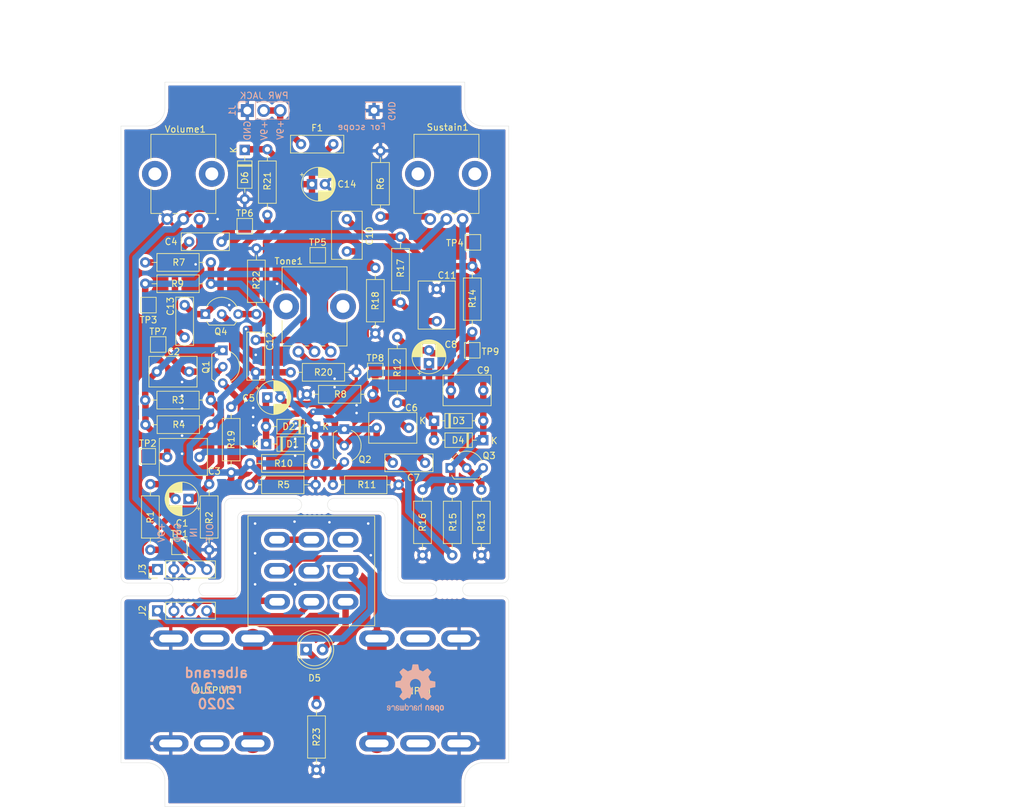
<source format=kicad_pcb>
(kicad_pcb (version 20171130) (host pcbnew 5.1.6)
  (title_block (title "Big Muff Pi pedal") (date 2020-08-29) (company alberand))
  (layers (0 F.Cu signal) (31 B.Cu signal) (34 B.Paste user hide) (35 F.Paste user hide) (36 B.SilkS user) (37 F.SilkS user) (38 B.Mask user hide) (39 F.Mask user hide) (44 Edge.Cuts user))
  (net 0 "")
  (net 1 GND)
  (net 2 "Net-(C1-Pad2)")
  (net 3 "Net-(C1-Pad1)")
  (net 4 "Net-(C2-Pad1)")
  (net 5 "Net-(C3-Pad1)")
  (net 6 "Net-(C4-Pad2)")
  (net 7 "Net-(C4-Pad1)")
  (net 8 "Net-(C5-Pad2)")
  (net 9 "Net-(C5-Pad1)")
  (net 10 "Net-(C6-Pad1)")
  (net 11 "Net-(C7-Pad1)")
  (net 12 "Net-(C8-Pad2)")
  (net 13 "Net-(C8-Pad1)")
  (net 14 "Net-(C10-Pad2)")
  (net 15 "Net-(C10-Pad1)")
  (net 16 "Net-(C11-Pad1)")
  (net 17 "Net-(C12-Pad2)")
  (net 18 "Net-(C12-Pad1)")
  (net 19 "Net-(C13-Pad2)")
  (net 20 "Net-(C13-Pad1)")
  (net 21 +9V)
  (net 22 "Net-(D5-Pad1)")
  (net 23 "Net-(Q1-Pad3)")
  (net 24 "Net-(Q2-Pad3)")
  (net 25 "Net-(Q3-Pad3)")
  (net 26 "Net-(Q4-Pad3)")
  (net 27 /INPUT)
  (net 28 "Net-(R6-Pad1)")
  (net 29 /OUTPUT)
  (net 30 "Net-(J5-PadT)")
  (net 31 "Net-(S1-Pad1)")
  (net 32 "Net-(J4-PadT)")
  (net 33 "Net-(D5-Pad2)")
  (net 34 "Net-(S1-Pad7)")
  (net 35 "Net-(F1-Pad1)")
  (module Connector_PinHeader_2.54mm:PinHeader_1x03_P2.54mm_Vertical (layer B.Cu) (at 136.7 52.7 270)
    (fp_text reference J1 (at 0 2.33 270) (layer B.SilkS) (effects (justify mirror)))
    (fp_text value "PWR JACK" (at -2.3 -2.6 180) (layer B.SilkS) (effects (justify mirror)))
    (pad 3 thru_hole oval (at 0 -5.08 270) (size 2 2) (drill 1.2) (layers *.Cu *.Mask) (net 35 "Net-(F1-Pad1)"))
    (pad 2 thru_hole oval (at 0 -2.54 270) (size 2 2) (drill 1.2) (layers *.Cu *.Mask) (net 35 "Net-(F1-Pad1)"))
    (pad 1 thru_hole rect (at 0 0 270) (size 2 2) (drill 1.2) (layers *.Cu *.Mask) (net 1 GND))
  )
  (module bigmuffpi:SF17020F-0302-21R-L (layer F.Cu) (at 146.6 123.9)
    (fp_text reference S1 hide)
    (fp_text value 3PDT-foot-switch)
    (pad 7 thru_hole oval (at 5.3 -4.8) (size 4 2.4) (drill oval 2.4 1.2) (layers *.Cu *.Mask) (net 34 "Net-(S1-Pad7)"))
    (pad 9 thru_hole oval (at 5.3 4.8) (size 4 2.4) (drill oval 2.4 1.2) (layers *.Cu *.Mask) (net 33 "Net-(D5-Pad2)"))
    (pad 8 thru_hole oval (at 5.3 0) (size 4 2.4) (drill oval 2.4 1.2) (layers *.Cu *.Mask) (net 21 +9V))
    (pad 6 thru_hole oval (at 0 4.8) (size 4 2.4) (drill oval 2.4 1.2) (layers *.Cu *.Mask) (net 29 /OUTPUT))
    (pad 2 thru_hole oval (at -5.3 0) (size 4 2.4) (drill oval 2.4 1.2) (layers *.Cu *.Mask) (net 30 "Net-(J5-PadT)"))
    (pad 4 thru_hole oval (at 0 -4.8) (size 4 2.4) (drill oval 2.4 1.2) (layers *.Cu *.Mask) (net 31 "Net-(S1-Pad1)"))
    (pad 3 thru_hole oval (at -5.3 4.8) (size 4 2.4) (drill oval 2.4 1.2) (layers *.Cu *.Mask) (net 27 /INPUT))
    (pad 1 thru_hole oval (at -5.3 -4.8) (size 4 2.4) (drill oval 2.4 1.2) (layers *.Cu *.Mask) (net 31 "Net-(S1-Pad1)"))
    (pad 5 thru_hole oval (at 0 0) (size 4 2.4) (drill oval 2.4 1.2) (layers *.Cu *.Mask) (net 32 "Net-(J4-PadT)"))
  )
  (module bigmuffpi:NMJ6HC-S (layer F.Cu) (at 163.1 142.5)
    (fp_text reference INPUT (at 0 0) (layer F.SilkS))
    (fp_text value INPUT)
    (pad R thru_hole oval (at 0 -8.115) (size 5.5 2.5) (drill oval 3.6 1.2) (layers *.Cu *.Mask))
    (pad R thru_hole oval (at 0 8.115) (size 5.5 2.5) (drill oval 3.6 1.2) (layers *.Cu *.Mask))
    (pad S thru_hole oval (at 6.35 8.115) (size 5.5 2.5) (drill oval 3.6 1.2) (layers *.Cu *.Mask) (net 1 GND))
    (pad T thru_hole oval (at -6.35 8.115) (size 5.5 2.5) (drill oval 3.6 1.2) (layers *.Cu *.Mask) (net 30 "Net-(J5-PadT)"))
    (pad S thru_hole oval (at 6.35 -8.115) (size 5.5 2.5) (drill oval 3.6 1.2) (layers *.Cu *.Mask) (net 1 GND))
    (pad T thru_hole oval (at -6.35 -8.115) (size 5.5 2.5) (drill oval 3.6 1.2) (layers *.Cu *.Mask) (net 30 "Net-(J5-PadT)"))
  )
  (module bigmuffpi:NMJ6HC-S (layer F.Cu) (at 131.2 142.5 180)
    (fp_text reference OUTPUT (at 0 0.1) (layer F.SilkS))
    (fp_text value OUTPUT)
    (pad R thru_hole oval (at 0 -8.115 180) (size 5.5 2.5) (drill oval 3.6 1.2) (layers *.Cu *.Mask))
    (pad R thru_hole oval (at 0 8.115 180) (size 5.5 2.5) (drill oval 3.6 1.2) (layers *.Cu *.Mask))
    (pad S thru_hole oval (at 6.35 8.115 180) (size 5.5 2.5) (drill oval 3.6 1.2) (layers *.Cu *.Mask) (net 1 GND))
    (pad T thru_hole oval (at -6.35 8.115 180) (size 5.5 2.5) (drill oval 3.6 1.2) (layers *.Cu *.Mask) (net 32 "Net-(J4-PadT)"))
    (pad S thru_hole oval (at 6.35 -8.115 180) (size 5.5 2.5) (drill oval 3.6 1.2) (layers *.Cu *.Mask) (net 1 GND))
    (pad T thru_hole oval (at -6.35 -8.115 180) (size 5.5 2.5) (drill oval 3.6 1.2) (layers *.Cu *.Mask) (net 32 "Net-(J4-PadT)"))
  )
  (module Potentiometer_THT:Potentiometer_Alps_RK09K_Single_Vertical (layer F.Cu) (at 126.8 62 90)
    (fp_text reference Volume1 (at 6.4 0.3 180) (layer F.SilkS))
    (fp_text value 100K)
    (pad "" np_thru_hole circle (at -0.5 4.4 90) (size 4 4) (drill 2) (layers *.Cu *.Mask))
    (pad "" np_thru_hole circle (at -0.5 -4.4 90) (size 4 4) (drill 2) (layers *.Cu *.Mask))
    (pad 1 thru_hole circle (at -7.5 2.5 90) (size 1.8 1.8) (drill 1) (layers *.Cu *.Mask) (net 20 "Net-(C13-Pad1)"))
    (pad 2 thru_hole circle (at -7.5 0 90) (size 1.8 1.8) (drill 1) (layers *.Cu *.Mask) (net 29 /OUTPUT))
    (pad 3 thru_hole circle (at -7.5 -2.5 90) (size 1.8 1.8) (drill 1) (layers *.Cu *.Mask) (net 1 GND))
  )
  (module Potentiometer_THT:Potentiometer_Alps_RK09K_Single_Vertical (layer F.Cu) (at 167.5 62 90)
    (fp_text reference Sustain1 (at 6.7 0.2) (layer F.SilkS))
    (fp_text value 100K)
    (pad "" np_thru_hole circle (at -0.5 4.4 90) (size 4 4) (drill 2) (layers *.Cu *.Mask))
    (pad "" np_thru_hole circle (at -0.5 -4.4 90) (size 4 4) (drill 2) (layers *.Cu *.Mask))
    (pad 1 thru_hole circle (at -7.5 2.5 90) (size 1.8 1.8) (drill 1) (layers *.Cu *.Mask) (net 5 "Net-(C3-Pad1)"))
    (pad 2 thru_hole circle (at -7.5 0 90) (size 1.8 1.8) (drill 1) (layers *.Cu *.Mask) (net 6 "Net-(C4-Pad2)"))
    (pad 3 thru_hole circle (at -7.5 -2.5 90) (size 1.8 1.8) (drill 1) (layers *.Cu *.Mask) (net 28 "Net-(R6-Pad1)"))
  )
  (module MouseBite:mouse-bite-2mm-slot (layer F.Cu) (at 127.2 126.8)
    (fp_text reference mouse-bite-2mm-slot hide)
    (fp_text value VAL** hide)
    (pad "" np_thru_hole circle (at 1.5 0.75) (size 0.5 0.5) (drill 0.5) (layers *.Cu *.Mask))
    (pad "" np_thru_hole circle (at -1.5 0.75) (size 0.5 0.5) (drill 0.5) (layers *.Cu *.Mask))
    (pad "" np_thru_hole circle (at -1.5 -0.75) (size 0.5 0.5) (drill 0.5) (layers *.Cu *.Mask))
    (pad "" np_thru_hole circle (at 1.5 -0.75) (size 0.5 0.5) (drill 0.5) (layers *.Cu *.Mask))
    (pad "" np_thru_hole circle (at 0 -0.75) (size 0.5 0.5) (drill 0.5) (layers *.Cu *.Mask))
    (pad "" np_thru_hole circle (at 0 0.75) (size 0.5 0.5) (drill 0.5) (layers *.Cu *.Mask))
    (pad "" np_thru_hole circle (at 0.75 -0.75) (size 0.5 0.5) (drill 0.5) (layers *.Cu *.Mask))
    (pad "" np_thru_hole circle (at -0.75 -0.75) (size 0.5 0.5) (drill 0.5) (layers *.Cu *.Mask))
    (pad "" np_thru_hole circle (at -0.75 0.75) (size 0.5 0.5) (drill 0.5) (layers *.Cu *.Mask))
    (pad "" np_thru_hole circle (at 0.75 0.75) (size 0.5 0.5) (drill 0.5) (layers *.Cu *.Mask))
  )
  (module MouseBite:mouse-bite-2mm-slot (layer F.Cu) (at 147.1 113.7)
    (fp_text reference mouse-bite-2mm-slot hide)
    (fp_text value VAL** hide)
    (pad "" np_thru_hole circle (at 0.75 0.75) (size 0.5 0.5) (drill 0.5) (layers *.Cu *.Mask))
    (pad "" np_thru_hole circle (at -0.75 0.75) (size 0.5 0.5) (drill 0.5) (layers *.Cu *.Mask))
    (pad "" np_thru_hole circle (at -0.75 -0.75) (size 0.5 0.5) (drill 0.5) (layers *.Cu *.Mask))
    (pad "" np_thru_hole circle (at 0.75 -0.75) (size 0.5 0.5) (drill 0.5) (layers *.Cu *.Mask))
    (pad "" np_thru_hole circle (at 0 0.75) (size 0.5 0.5) (drill 0.5) (layers *.Cu *.Mask))
    (pad "" np_thru_hole circle (at 0 -0.75) (size 0.5 0.5) (drill 0.5) (layers *.Cu *.Mask))
    (pad "" np_thru_hole circle (at 1.5 -0.75) (size 0.5 0.5) (drill 0.5) (layers *.Cu *.Mask))
    (pad "" np_thru_hole circle (at -1.5 -0.75) (size 0.5 0.5) (drill 0.5) (layers *.Cu *.Mask))
    (pad "" np_thru_hole circle (at -1.5 0.75) (size 0.5 0.5) (drill 0.5) (layers *.Cu *.Mask))
    (pad "" np_thru_hole circle (at 1.5 0.75) (size 0.5 0.5) (drill 0.5) (layers *.Cu *.Mask))
  )
  (module MouseBite:mouse-bite-2mm-slot (layer F.Cu) (at 168 126.8)
    (fp_text reference mouse-bite-2mm-slot hide)
    (fp_text value VAL** hide)
    (pad "" np_thru_hole circle (at 0.75 0.75) (size 0.5 0.5) (drill 0.5) (layers *.Cu *.Mask))
    (pad "" np_thru_hole circle (at -0.75 0.75) (size 0.5 0.5) (drill 0.5) (layers *.Cu *.Mask))
    (pad "" np_thru_hole circle (at -0.75 -0.75) (size 0.5 0.5) (drill 0.5) (layers *.Cu *.Mask))
    (pad "" np_thru_hole circle (at 0.75 -0.75) (size 0.5 0.5) (drill 0.5) (layers *.Cu *.Mask))
    (pad "" np_thru_hole circle (at 0 0.75) (size 0.5 0.5) (drill 0.5) (layers *.Cu *.Mask))
    (pad "" np_thru_hole circle (at 0 -0.75) (size 0.5 0.5) (drill 0.5) (layers *.Cu *.Mask))
    (pad "" np_thru_hole circle (at 1.5 -0.75) (size 0.5 0.5) (drill 0.5) (layers *.Cu *.Mask))
    (pad "" np_thru_hole circle (at -1.5 -0.75) (size 0.5 0.5) (drill 0.5) (layers *.Cu *.Mask))
    (pad "" np_thru_hole circle (at -1.5 0.75) (size 0.5 0.5) (drill 0.5) (layers *.Cu *.Mask))
    (pad "" np_thru_hole circle (at 1.5 0.75) (size 0.5 0.5) (drill 0.5) (layers *.Cu *.Mask))
  )
  (module Symbol:OSHW-Logo2_9.8x8mm_SilkScreen (layer B.Cu) (at 162.7 142.1 180)
    (fp_text reference REF** hide)
    (fp_text value OSHW-Logo2_9.8x8mm_SilkScreen hide)
  )
  (module Resistor_THT:R_Axial_DIN0207_L6.3mm_D2.5mm_P10.16mm_Horizontal (layer F.Cu) (at 156.5 87.2 90)
    (fp_text reference R18 (at 5.06 0 90) (layer F.SilkS))
    (fp_text value 22K)
    (pad 2 thru_hole oval (at 10.16 0 90) (size 1.6 1.6) (drill 0.8) (layers *.Cu *.Mask) (net 15 "Net-(C10-Pad1)"))
    (pad 1 thru_hole circle (at 0 0 90) (size 1.6 1.6) (drill 0.8) (layers *.Cu *.Mask) (net 1 GND))
  )
  (module TestPoint:TestPoint_Pad_2.0x2.0mm (layer F.Cu) (at 171.6 73.1 90)
    (fp_text reference TP4 (at -0.1 -2.8 180) (layer F.SilkS))
    (fp_text value TestPoint)
    (pad 1 smd rect (at 0 0 90) (size 2 2) (layers F.Cu F.Mask) (net 14 "Net-(C10-Pad2)"))
  )
  (module Capacitor_THT:C_Rect_L7.2mm_W4.5mm_P5.00mm_FKS2_FKP2_MKS2_MKP2 (layer F.Cu) (at 173.2 96 180)
    (fp_text reference C9 (at 0 3.1) (layer F.SilkS))
    (fp_text value 470pF)
    (pad 2 thru_hole circle (at 5 0 180) (size 1.6 1.6) (drill 0.8) (layers *.Cu *.Mask) (net 12 "Net-(C8-Pad2)"))
    (pad 1 thru_hole circle (at 0 0 180) (size 1.6 1.6) (drill 0.8) (layers *.Cu *.Mask) (net 14 "Net-(C10-Pad2)"))
  )
  (module Capacitor_THT:C_Rect_L7.2mm_W4.5mm_P5.00mm_FKS2_FKP2_MKS2_MKP2 (layer F.Cu) (at 156.7 101.8)
    (fp_text reference C6 (at 5.4 -3.1) (layer F.SilkS))
    (fp_text value 470pF)
    (pad 2 thru_hole circle (at 5 0) (size 1.6 1.6) (drill 0.8) (layers *.Cu *.Mask) (net 8 "Net-(C5-Pad2)"))
    (pad 1 thru_hole circle (at 0 0) (size 1.6 1.6) (drill 0.8) (layers *.Cu *.Mask) (net 10 "Net-(C6-Pad1)"))
  )
  (module Resistor_THT:R_Axial_DIN0207_L6.3mm_D2.5mm_P10.16mm_Horizontal (layer F.Cu) (at 160.1 110.6 180)
    (fp_text reference R11 (at 4.9 0) (layer F.SilkS))
    (fp_text value 150)
    (pad 2 thru_hole oval (at 10.16 0 180) (size 1.6 1.6) (drill 0.8) (layers *.Cu *.Mask) (net 24 "Net-(Q2-Pad3)"))
    (pad 1 thru_hole circle (at 0 0 180) (size 1.6 1.6) (drill 0.8) (layers *.Cu *.Mask) (net 1 GND))
  )
  (module Capacitor_THT:C_Rect_L7.2mm_W2.5mm_P5.00mm_FKS2_FKP2_MKS2_MKP2 (layer F.Cu) (at 127 87.8 90)
    (fp_text reference C13 (at 4.8 -2.2 90) (layer F.SilkS))
    (fp_text value 100nF)
    (pad 2 thru_hole circle (at 5 0 90) (size 1.6 1.6) (drill 0.8) (layers *.Cu *.Mask) (net 19 "Net-(C13-Pad2)"))
    (pad 1 thru_hole circle (at 0 0 90) (size 1.6 1.6) (drill 0.8) (layers *.Cu *.Mask) (net 20 "Net-(C13-Pad1)"))
  )
  (module Capacitor_THT:C_Rect_L7.2mm_W2.5mm_P5.00mm_FKS2_FKP2_MKS2_MKP2 (layer F.Cu) (at 138 93.2 90)
    (fp_text reference C12 (at 4.8 2.2 90) (layer F.SilkS))
    (fp_text value 100nF)
    (pad 2 thru_hole circle (at 5 0 90) (size 1.6 1.6) (drill 0.8) (layers *.Cu *.Mask) (net 17 "Net-(C12-Pad2)"))
    (pad 1 thru_hole circle (at 0 0 90) (size 1.6 1.6) (drill 0.8) (layers *.Cu *.Mask) (net 18 "Net-(C12-Pad1)"))
  )
  (module Capacitor_THT:C_Rect_L7.2mm_W5.5mm_P5.00mm_FKS2_FKP2_MKS2_MKP2 (layer F.Cu) (at 166 85.3 90)
    (fp_text reference C11 (at 7.1 1.6 180) (layer F.SilkS))
    (fp_text value 10nF)
    (pad 2 thru_hole circle (at 5 0 90) (size 1.6 1.6) (drill 0.8) (layers *.Cu *.Mask) (net 1 GND))
    (pad 1 thru_hole circle (at 0 0 90) (size 1.6 1.6) (drill 0.8) (layers *.Cu *.Mask) (net 16 "Net-(C11-Pad1)"))
  )
  (module Capacitor_THT:C_Rect_L7.2mm_W4.5mm_P5.00mm_FKS2_FKP2_MKS2_MKP2 (layer F.Cu) (at 152.1 74.5 90)
    (fp_text reference C10 (at 2.4 3.5 90) (layer F.SilkS))
    (fp_text value 3.9nF)
    (pad 2 thru_hole circle (at 5 0 90) (size 1.6 1.6) (drill 0.8) (layers *.Cu *.Mask) (net 14 "Net-(C10-Pad2)"))
    (pad 1 thru_hole circle (at 0 0 90) (size 1.6 1.6) (drill 0.8) (layers *.Cu *.Mask) (net 15 "Net-(C10-Pad1)"))
  )
  (module Capacitor_THT:C_Rect_L7.2mm_W2.5mm_P5.00mm_FKS2_FKP2_MKS2_MKP2 (layer F.Cu) (at 164.2 107.2 180)
    (fp_text reference C7 (at 1.8 -2.3) (layer F.SilkS))
    (fp_text value 100nF)
    (pad 2 thru_hole circle (at 5 0 180) (size 1.6 1.6) (drill 0.8) (layers *.Cu *.Mask) (net 10 "Net-(C6-Pad1)"))
    (pad 1 thru_hole circle (at 0 0 180) (size 1.6 1.6) (drill 0.8) (layers *.Cu *.Mask) (net 11 "Net-(C7-Pad1)"))
  )
  (module Capacitor_THT:C_Rect_L7.2mm_W2.5mm_P5.00mm_FKS2_FKP2_MKS2_MKP2 (layer F.Cu) (at 127.7 73)
    (fp_text reference C4 (at -2.8 0) (layer F.SilkS))
    (fp_text value 100nF)
    (pad 2 thru_hole circle (at 5 0) (size 1.6 1.6) (drill 0.8) (layers *.Cu *.Mask) (net 6 "Net-(C4-Pad2)"))
    (pad 1 thru_hole circle (at 0 0) (size 1.6 1.6) (drill 0.8) (layers *.Cu *.Mask) (net 7 "Net-(C4-Pad1)"))
  )
  (module Capacitor_THT:C_Rect_L7.2mm_W5.5mm_P5.00mm_FKS2_FKP2_MKS2_MKP2 (layer F.Cu) (at 129.3 106.3 180)
    (fp_text reference C3 (at -2.3 -2.2) (layer F.SilkS))
    (fp_text value 1uF)
    (pad 2 thru_hole circle (at 5 0 180) (size 1.6 1.6) (drill 0.8) (layers *.Cu *.Mask) (net 4 "Net-(C2-Pad1)"))
    (pad 1 thru_hole circle (at 0 0 180) (size 1.6 1.6) (drill 0.8) (layers *.Cu *.Mask) (net 5 "Net-(C3-Pad1)"))
  )
  (module Capacitor_THT:C_Rect_L7.2mm_W4.5mm_P5.00mm_FKS2_FKP2_MKS2_MKP2 (layer F.Cu) (at 122.7 93.1)
    (fp_text reference C2 (at 2.6 -3.1) (layer F.SilkS))
    (fp_text value 470pF)
    (pad 2 thru_hole circle (at 5 0) (size 1.6 1.6) (drill 0.8) (layers *.Cu *.Mask) (net 3 "Net-(C1-Pad1)"))
    (pad 1 thru_hole circle (at 0 0) (size 1.6 1.6) (drill 0.8) (layers *.Cu *.Mask) (net 4 "Net-(C2-Pad1)"))
  )
  (module Potentiometer_THT:Potentiometer_Alps_RK09K_Single_Vertical (layer F.Cu) (at 147.1 82.6 90)
    (fp_text reference Tone1 (at 6.6 -4) (layer F.SilkS))
    (fp_text value 100K)
    (pad "" np_thru_hole circle (at -0.4 4.4 90) (size 4 4) (drill 2) (layers *.Cu *.Mask))
    (pad "" np_thru_hole circle (at -0.4 -4.4 90) (size 4 4) (drill 2) (layers *.Cu *.Mask))
    (pad 1 thru_hole circle (at -7.4 2.5 90) (size 1.8 1.8) (drill 1) (layers *.Cu *.Mask) (net 15 "Net-(C10-Pad1)"))
    (pad 2 thru_hole circle (at -7.4 0 90) (size 1.8 1.8) (drill 1) (layers *.Cu *.Mask) (net 17 "Net-(C12-Pad2)"))
    (pad 3 thru_hole circle (at -7.4 -2.5 90) (size 1.8 1.8) (drill 1) (layers *.Cu *.Mask) (net 16 "Net-(C11-Pad1)"))
  )
  (module TestPoint:TestPoint_Pad_2.0x2.0mm (layer F.Cu) (at 136.3 70.6)
    (fp_text reference TP6 (at 0 -1.998) (layer F.SilkS))
    (fp_text value "Output Signal")
    (pad 1 smd rect (at 0 0) (size 2 2) (layers F.Cu F.Mask) (net 29 /OUTPUT))
  )
  (module TestPoint:TestPoint_Pad_2.0x2.0mm (layer F.Cu) (at 147.6 75.1)
    (fp_text reference TP5 (at 0 -2 180) (layer F.SilkS))
    (fp_text value "Tone Control")
    (pad 1 smd rect (at 0 0) (size 2 2) (layers F.Cu F.Mask) (net 17 "Net-(C12-Pad2)"))
  )
  (module TestPoint:TestPoint_Pad_2.0x2.0mm (layer F.Cu) (at 121.4 82.8)
    (fp_text reference TP3 (at 0 2.3) (layer F.SilkS))
    (fp_text value TestPoint)
    (pad 1 smd rect (at 0 0) (size 2 2) (layers F.Cu F.Mask) (net 10 "Net-(C6-Pad1)"))
  )
  (module TestPoint:TestPoint_Pad_2.0x2.0mm (layer F.Cu) (at 121.3 106.2 270)
    (fp_text reference TP2 (at -2 0 180) (layer F.SilkS))
    (fp_text value "Amplified & Inverted")
    (pad 1 smd rect (at 0 0 270) (size 2 2) (layers F.Cu F.Mask) (net 4 "Net-(C2-Pad1)"))
  )
  (module TestPoint:TestPoint_Pad_2.0x2.0mm (layer F.Cu) (at 126.2 120.2)
    (fp_text reference TP1 (at 0 -1.998) (layer F.SilkS))
    (fp_text value "Input Signal")
    (pad 1 smd rect (at 0 0) (size 2 2) (layers F.Cu F.Mask) (net 27 /INPUT))
  )
  (module Resistor_THT:R_Axial_DIN0207_L6.3mm_D2.5mm_P10.16mm_Horizontal (layer F.Cu) (at 147.4 154.7 90)
    (fp_text reference R23 (at 5.08 0 90) (layer F.SilkS))
    (fp_text value 390)
    (pad 2 thru_hole oval (at 10.16 0 90) (size 1.6 1.6) (drill 0.8) (layers *.Cu *.Mask) (net 22 "Net-(D5-Pad1)"))
    (pad 1 thru_hole circle (at 0 0 90) (size 1.6 1.6) (drill 0.8) (layers *.Cu *.Mask) (net 1 GND))
  )
  (module Resistor_THT:R_Axial_DIN0207_L6.3mm_D2.5mm_P10.16mm_Horizontal (layer F.Cu) (at 138.1 84.2 90)
    (fp_text reference R22 (at 5.26 0 90) (layer F.SilkS))
    (fp_text value 3K3)
    (pad 2 thru_hole oval (at 10.16 0 90) (size 1.6 1.6) (drill 0.8) (layers *.Cu *.Mask) (net 1 GND))
    (pad 1 thru_hole circle (at 0 0 90) (size 1.6 1.6) (drill 0.8) (layers *.Cu *.Mask) (net 26 "Net-(Q4-Pad3)"))
  )
  (module Resistor_THT:R_Axial_DIN0207_L6.3mm_D2.5mm_P10.16mm_Horizontal (layer F.Cu) (at 139.8 58.7 270)
    (fp_text reference R21 (at 4.9 0 90) (layer F.SilkS))
    (fp_text value 15K)
    (pad 2 thru_hole oval (at 10.16 0 270) (size 1.6 1.6) (drill 0.8) (layers *.Cu *.Mask) (net 19 "Net-(C13-Pad2)"))
    (pad 1 thru_hole circle (at 0 0 270) (size 1.6 1.6) (drill 0.8) (layers *.Cu *.Mask) (net 21 +9V))
  )
  (module Resistor_THT:R_Axial_DIN0207_L6.3mm_D2.5mm_P10.16mm_Horizontal (layer F.Cu) (at 143.4 93.2)
    (fp_text reference R20 (at 5.08 0) (layer F.SilkS))
    (fp_text value 100K)
    (pad 2 thru_hole oval (at 10.16 0) (size 1.6 1.6) (drill 0.8) (layers *.Cu *.Mask) (net 1 GND))
    (pad 1 thru_hole circle (at 0 0) (size 1.6 1.6) (drill 0.8) (layers *.Cu *.Mask) (net 18 "Net-(C12-Pad1)"))
  )
  (module Resistor_THT:R_Axial_DIN0207_L6.3mm_D2.5mm_P10.16mm_Horizontal (layer F.Cu) (at 134.2 108.7 90)
    (fp_text reference R19 (at 5.08 0 90) (layer F.SilkS))
    (fp_text value 430K)
    (pad 2 thru_hole oval (at 10.16 0 90) (size 1.6 1.6) (drill 0.8) (layers *.Cu *.Mask) (net 18 "Net-(C12-Pad1)"))
    (pad 1 thru_hole circle (at 0 0 90) (size 1.6 1.6) (drill 0.8) (layers *.Cu *.Mask) (net 21 +9V))
  )
  (module Resistor_THT:R_Axial_DIN0207_L6.3mm_D2.5mm_P10.16mm_Horizontal (layer F.Cu) (at 160.4 82.4 90)
    (fp_text reference R17 (at 5.3 0 90) (layer F.SilkS))
    (fp_text value 39K)
    (pad 2 thru_hole oval (at 10.16 0 90) (size 1.6 1.6) (drill 0.8) (layers *.Cu *.Mask) (net 14 "Net-(C10-Pad2)"))
    (pad 1 thru_hole circle (at 0 0 90) (size 1.6 1.6) (drill 0.8) (layers *.Cu *.Mask) (net 16 "Net-(C11-Pad1)"))
  )
  (module Resistor_THT:R_Axial_DIN0207_L6.3mm_D2.5mm_P10.16mm_Horizontal (layer F.Cu) (at 163.8 121.5 90)
    (fp_text reference R16 (at 5.1 0 90) (layer F.SilkS))
    (fp_text value 150)
    (pad 2 thru_hole oval (at 10.16 0 90) (size 1.6 1.6) (drill 0.8) (layers *.Cu *.Mask) (net 25 "Net-(Q3-Pad3)"))
    (pad 1 thru_hole circle (at 0 0 90) (size 1.6 1.6) (drill 0.8) (layers *.Cu *.Mask) (net 1 GND))
  )
  (module Resistor_THT:R_Axial_DIN0207_L6.3mm_D2.5mm_P10.16mm_Horizontal (layer F.Cu) (at 168.4 121.5 90)
    (fp_text reference R15 (at 5.1 0.1 90) (layer F.SilkS))
    (fp_text value 10K)
    (pad 2 thru_hole oval (at 10.16 0 90) (size 1.6 1.6) (drill 0.8) (layers *.Cu *.Mask) (net 14 "Net-(C10-Pad2)"))
    (pad 1 thru_hole circle (at 0 0 90) (size 1.6 1.6) (drill 0.8) (layers *.Cu *.Mask) (net 21 +9V))
  )
  (module Resistor_THT:R_Axial_DIN0207_L6.3mm_D2.5mm_P10.16mm_Horizontal (layer F.Cu) (at 171.5 76.8 270)
    (fp_text reference R14 (at 5 0 90) (layer F.SilkS))
    (fp_text value 470K)
    (pad 2 thru_hole oval (at 10.16 0 270) (size 1.6 1.6) (drill 0.8) (layers *.Cu *.Mask) (net 12 "Net-(C8-Pad2)"))
    (pad 1 thru_hole circle (at 0 0 270) (size 1.6 1.6) (drill 0.8) (layers *.Cu *.Mask) (net 14 "Net-(C10-Pad2)"))
  )
  (module Resistor_THT:R_Axial_DIN0207_L6.3mm_D2.5mm_P10.16mm_Horizontal (layer F.Cu) (at 172.9 121.5 90)
    (fp_text reference R13 (at 5.08 0 90) (layer F.SilkS))
    (fp_text value 100K)
    (pad 2 thru_hole oval (at 10.16 0 90) (size 1.6 1.6) (drill 0.8) (layers *.Cu *.Mask) (net 12 "Net-(C8-Pad2)"))
    (pad 1 thru_hole circle (at 0 0 90) (size 1.6 1.6) (drill 0.8) (layers *.Cu *.Mask) (net 1 GND))
  )
  (module Resistor_THT:R_Axial_DIN0207_L6.3mm_D2.5mm_P10.16mm_Horizontal (layer F.Cu) (at 159.9 97.9 90)
    (fp_text reference R12 (at 5.4 0 90) (layer F.SilkS))
    (fp_text value 10K)
    (pad 2 thru_hole oval (at 10.16 0 90) (size 1.6 1.6) (drill 0.8) (layers *.Cu *.Mask) (net 12 "Net-(C8-Pad2)"))
    (pad 1 thru_hole circle (at 0 0 90) (size 1.6 1.6) (drill 0.8) (layers *.Cu *.Mask) (net 11 "Net-(C7-Pad1)"))
  )
  (module Resistor_THT:R_Axial_DIN0207_L6.3mm_D2.5mm_P10.16mm_Horizontal (layer F.Cu) (at 137.1 107.3)
    (fp_text reference R10 (at 5.2 0) (layer F.SilkS))
    (fp_text value 10K)
    (pad 2 thru_hole oval (at 10.16 0) (size 1.6 1.6) (drill 0.8) (layers *.Cu *.Mask) (net 10 "Net-(C6-Pad1)"))
    (pad 1 thru_hole circle (at 0 0) (size 1.6 1.6) (drill 0.8) (layers *.Cu *.Mask) (net 21 +9V))
  )
  (module Resistor_THT:R_Axial_DIN0207_L6.3mm_D2.5mm_P10.16mm_Horizontal (layer F.Cu) (at 120.9 79.5)
    (fp_text reference R9 (at 5 0) (layer F.SilkS))
    (fp_text value 470K)
    (pad 2 thru_hole oval (at 10.16 0) (size 1.6 1.6) (drill 0.8) (layers *.Cu *.Mask) (net 8 "Net-(C5-Pad2)"))
    (pad 1 thru_hole circle (at 0 0) (size 1.6 1.6) (drill 0.8) (layers *.Cu *.Mask) (net 10 "Net-(C6-Pad1)"))
  )
  (module Resistor_THT:R_Axial_DIN0207_L6.3mm_D2.5mm_P10.16mm_Horizontal (layer F.Cu) (at 145.9 96.6)
    (fp_text reference R8 (at 5.2 0) (layer F.SilkS))
    (fp_text value 100K)
    (pad 2 thru_hole oval (at 10.16 0) (size 1.6 1.6) (drill 0.8) (layers *.Cu *.Mask) (net 8 "Net-(C5-Pad2)"))
    (pad 1 thru_hole circle (at 0 0) (size 1.6 1.6) (drill 0.8) (layers *.Cu *.Mask) (net 1 GND))
  )
  (module Resistor_THT:R_Axial_DIN0207_L6.3mm_D2.5mm_P10.16mm_Horizontal (layer F.Cu) (at 120.9 76.2)
    (fp_text reference R7 (at 5.2 0) (layer F.SilkS))
    (fp_text value 10K)
    (pad 2 thru_hole oval (at 10.16 0) (size 1.6 1.6) (drill 0.8) (layers *.Cu *.Mask) (net 8 "Net-(C5-Pad2)"))
    (pad 1 thru_hole circle (at 0 0) (size 1.6 1.6) (drill 0.8) (layers *.Cu *.Mask) (net 7 "Net-(C4-Pad1)"))
  )
  (module Resistor_THT:R_Axial_DIN0207_L6.3mm_D2.5mm_P10.16mm_Horizontal (layer F.Cu) (at 157.3 69.1 90)
    (fp_text reference R6 (at 5.08 0 90) (layer F.SilkS))
    (fp_text value 1K)
    (pad 2 thru_hole oval (at 10.16 0 90) (size 1.6 1.6) (drill 0.8) (layers *.Cu *.Mask) (net 1 GND))
    (pad 1 thru_hole circle (at 0 0 90) (size 1.6 1.6) (drill 0.8) (layers *.Cu *.Mask) (net 28 "Net-(R6-Pad1)"))
  )
  (module Resistor_THT:R_Axial_DIN0207_L6.3mm_D2.5mm_P10.16mm_Horizontal (layer F.Cu) (at 137.1 110.6)
    (fp_text reference R5 (at 5.2 0) (layer F.SilkS))
    (fp_text value 100)
    (pad 2 thru_hole oval (at 10.16 0) (size 1.6 1.6) (drill 0.8) (layers *.Cu *.Mask) (net 1 GND))
    (pad 1 thru_hole circle (at 0 0) (size 1.6 1.6) (drill 0.8) (layers *.Cu *.Mask) (net 23 "Net-(Q1-Pad3)"))
  )
  (module Resistor_THT:R_Axial_DIN0207_L6.3mm_D2.5mm_P10.16mm_Horizontal (layer F.Cu) (at 131.1 101.3 180)
    (fp_text reference R4 (at 5 0) (layer F.SilkS))
    (fp_text value 10K)
    (pad 2 thru_hole oval (at 10.16 0 180) (size 1.6 1.6) (drill 0.8) (layers *.Cu *.Mask) (net 4 "Net-(C2-Pad1)"))
    (pad 1 thru_hole circle (at 0 0 180) (size 1.6 1.6) (drill 0.8) (layers *.Cu *.Mask) (net 21 +9V))
  )
  (module Resistor_THT:R_Axial_DIN0207_L6.3mm_D2.5mm_P10.16mm_Horizontal (layer F.Cu) (at 120.9 97.5)
    (fp_text reference R3 (at 5.08 0) (layer F.SilkS))
    (fp_text value 470K)
    (pad 2 thru_hole oval (at 10.16 0) (size 1.6 1.6) (drill 0.8) (layers *.Cu *.Mask) (net 3 "Net-(C1-Pad1)"))
    (pad 1 thru_hole circle (at 0 0) (size 1.6 1.6) (drill 0.8) (layers *.Cu *.Mask) (net 4 "Net-(C2-Pad1)"))
  )
  (module Resistor_THT:R_Axial_DIN0207_L6.3mm_D2.5mm_P10.16mm_Horizontal (layer F.Cu) (at 130.8 110.5 270)
    (fp_text reference R2 (at 5.2 0 90) (layer F.SilkS))
    (fp_text value 47K)
    (pad 2 thru_hole oval (at 10.16 0 270) (size 1.6 1.6) (drill 0.8) (layers *.Cu *.Mask) (net 1 GND))
    (pad 1 thru_hole circle (at 0 0 270) (size 1.6 1.6) (drill 0.8) (layers *.Cu *.Mask) (net 3 "Net-(C1-Pad1)"))
  )
  (module Resistor_THT:R_Axial_DIN0207_L6.3mm_D2.5mm_P10.16mm_Horizontal (layer F.Cu) (at 121.7 110.5 270)
    (fp_text reference R1 (at 5.1 0 90) (layer F.SilkS))
    (fp_text value 39K)
    (pad 2 thru_hole oval (at 10.16 0 270) (size 1.6 1.6) (drill 0.8) (layers *.Cu *.Mask) (net 27 /INPUT))
    (pad 1 thru_hole circle (at 0 0 270) (size 1.6 1.6) (drill 0.8) (layers *.Cu *.Mask) (net 2 "Net-(C1-Pad2)"))
  )
  (module Diode_THT:D_DO-35_SOD27_P7.62mm_Horizontal (layer F.Cu) (at 136.3 58.8 270)
    (fp_text reference D6 (at 4.3 0 90) (layer F.SilkS))
    (fp_text value 1N914)
    (fp_text user K (at 0 1.7 90) (layer F.SilkS))
    (pad 2 thru_hole oval (at 7.62 0 270) (size 1.6 1.6) (drill 0.8) (layers *.Cu *.Mask) (net 1 GND))
    (pad 1 thru_hole rect (at 0 0 270) (size 1.6 1.6) (drill 0.8) (layers *.Cu *.Mask) (net 21 +9V))
  )
  (module LED_THT:LED_D5.0mm (layer F.Cu) (at 145.8 136.1)
    (fp_text reference D5 (at 1.3 4.4) (layer F.SilkS))
    (fp_text value LED)
    (pad 2 thru_hole circle (at 2.54 0) (size 1.8 1.8) (drill 0.9) (layers *.Cu *.Mask) (net 33 "Net-(D5-Pad2)"))
    (pad 1 thru_hole rect (at 0 0) (size 1.8 1.8) (drill 0.9) (layers *.Cu *.Mask) (net 22 "Net-(D5-Pad1)"))
  )
  (module Diode_THT:D_DO-35_SOD27_P7.62mm_Horizontal (layer F.Cu) (at 173.2 103.7 180)
    (fp_text reference D4 (at 3.9 0) (layer F.SilkS))
    (fp_text value 1N914)
    (fp_text user K (at -1.7 -0.1) (layer F.SilkS))
    (pad 2 thru_hole oval (at 7.62 0 180) (size 1.6 1.6) (drill 0.8) (layers *.Cu *.Mask) (net 13 "Net-(C8-Pad1)"))
    (pad 1 thru_hole rect (at 0 0 180) (size 1.6 1.6) (drill 0.8) (layers *.Cu *.Mask) (net 14 "Net-(C10-Pad2)"))
  )
  (module Diode_THT:D_DO-35_SOD27_P7.62mm_Horizontal (layer F.Cu) (at 165.58 100.7)
    (fp_text reference D3 (at 3.81 0) (layer F.SilkS))
    (fp_text value 1N914)
    (fp_text user K (at -1.78 0) (layer F.SilkS))
    (pad 2 thru_hole oval (at 7.62 0) (size 1.6 1.6) (drill 0.8) (layers *.Cu *.Mask) (net 14 "Net-(C10-Pad2)"))
    (pad 1 thru_hole rect (at 0 0) (size 1.6 1.6) (drill 0.8) (layers *.Cu *.Mask) (net 13 "Net-(C8-Pad1)"))
  )
  (module Diode_THT:D_DO-35_SOD27_P7.62mm_Horizontal (layer F.Cu) (at 147.2 101.6 180)
    (fp_text reference D2 (at 4.1 0) (layer F.SilkS))
    (fp_text value 1N914)
    (fp_text user K (at -1.6 0) (layer F.SilkS))
    (pad 2 thru_hole oval (at 7.62 0 180) (size 1.6 1.6) (drill 0.8) (layers *.Cu *.Mask) (net 9 "Net-(C5-Pad1)"))
    (pad 1 thru_hole rect (at 0 0 180) (size 1.6 1.6) (drill 0.8) (layers *.Cu *.Mask) (net 10 "Net-(C6-Pad1)"))
  )
  (module Diode_THT:D_DO-35_SOD27_P7.62mm_Horizontal (layer F.Cu) (at 139.6 104.3)
    (fp_text reference D1 (at 4.1 0) (layer F.SilkS))
    (fp_text value 1N914)
    (fp_text user K (at -1.7 0) (layer F.SilkS))
    (pad 2 thru_hole oval (at 7.62 0) (size 1.6 1.6) (drill 0.8) (layers *.Cu *.Mask) (net 10 "Net-(C6-Pad1)"))
    (pad 1 thru_hole rect (at 0 0) (size 1.6 1.6) (drill 0.8) (layers *.Cu *.Mask) (net 9 "Net-(C5-Pad1)"))
  )
  (module Capacitor_THT:CP_Radial_D5.0mm_P2.00mm (layer F.Cu) (at 164.8 91.8 90)
    (fp_text reference C8 (at 2.9 3.4 180) (layer F.SilkS))
    (fp_text value 1uF)
    (pad 2 thru_hole circle (at 2 0 90) (size 1.6 1.6) (drill 0.8) (layers *.Cu *.Mask) (net 12 "Net-(C8-Pad2)"))
    (pad 1 thru_hole rect (at 0 0 90) (size 1.6 1.6) (drill 0.8) (layers *.Cu *.Mask) (net 13 "Net-(C8-Pad1)"))
  )
  (module Capacitor_THT:CP_Radial_D5.0mm_P2.00mm (layer F.Cu) (at 139.8 97.1)
    (fp_text reference C5 (at -2.9 0.1) (layer F.SilkS))
    (fp_text value 1uF)
    (pad 2 thru_hole circle (at 2 0) (size 1.6 1.6) (drill 0.8) (layers *.Cu *.Mask) (net 8 "Net-(C5-Pad2)"))
    (pad 1 thru_hole rect (at 0 0) (size 1.6 1.6) (drill 0.8) (layers *.Cu *.Mask) (net 9 "Net-(C5-Pad1)"))
  )
  (module Capacitor_THT:CP_Radial_D5.0mm_P2.00mm (layer F.Cu) (at 127.6 112.8 180)
    (fp_text reference C1 (at 1 -3.75) (layer F.SilkS))
    (fp_text value 1uF)
    (pad 2 thru_hole circle (at 2 0 180) (size 1.6 1.6) (drill 0.8) (layers *.Cu *.Mask) (net 2 "Net-(C1-Pad2)"))
    (pad 1 thru_hole rect (at 0 0 180) (size 1.6 1.6) (drill 0.8) (layers *.Cu *.Mask) (net 3 "Net-(C1-Pad1)"))
  )
  (module Capacitor_THT:CP_Radial_D5.0mm_P2.00mm (layer F.Cu) (at 146.7 64.1)
    (fp_text reference C14 (at 5.4 0) (layer F.SilkS))
    (fp_text value 1uF)
    (pad 1 thru_hole rect (at 0 0) (size 1.6 1.6) (drill 0.8) (layers *.Cu *.Mask) (net 21 +9V))
    (pad 2 thru_hole circle (at 2 0) (size 1.6 1.6) (drill 0.8) (layers *.Cu *.Mask) (net 1 GND))
  )
  (module Capacitor_THT:C_Disc_D8.0mm_W2.5mm_P5.00mm (layer F.Cu) (at 145 57.9)
    (fp_text reference F1 (at 2.5 -2.5) (layer F.SilkS))
    (fp_text value PPTC)
    (pad 1 thru_hole circle (at 0 0) (size 1.6 1.6) (drill 0.8) (layers *.Cu *.Mask) (net 35 "Net-(F1-Pad1)"))
    (pad 2 thru_hole circle (at 5 0) (size 1.6 1.6) (drill 0.8) (layers *.Cu *.Mask) (net 21 +9V))
  )
  (module Package_TO_SOT_THT:TO-92L_Inline_Wide (layer F.Cu) (at 132.9 89.8 270)
    (fp_text reference Q1 (at 2.6 2.6 90) (layer F.SilkS))
    (fp_text value BC239)
    (pad 1 thru_hole rect (at 0 0) (size 1.5 1.5) (drill 0.8) (layers *.Cu *.Mask) (net 4 "Net-(C2-Pad1)"))
    (pad 3 thru_hole circle (at 5.08 0) (size 1.5 1.5) (drill 0.8) (layers *.Cu *.Mask) (net 23 "Net-(Q1-Pad3)"))
    (pad 2 thru_hole circle (at 2.54 0) (size 1.5 1.5) (drill 0.8) (layers *.Cu *.Mask) (net 3 "Net-(C1-Pad1)"))
  )
  (module Package_TO_SOT_THT:TO-92L_Inline_Wide (layer F.Cu) (at 151.7 102 270)
    (fp_text reference Q2 (at 4.7 -3.2 180) (layer F.SilkS))
    (fp_text value BC239)
    (pad 2 thru_hole circle (at 2.54 0) (size 1.5 1.5) (drill 0.8) (layers *.Cu *.Mask) (net 8 "Net-(C5-Pad2)"))
    (pad 3 thru_hole circle (at 5.08 0) (size 1.5 1.5) (drill 0.8) (layers *.Cu *.Mask) (net 24 "Net-(Q2-Pad3)"))
    (pad 1 thru_hole rect (at 0 0) (size 1.5 1.5) (drill 0.8) (layers *.Cu *.Mask) (net 10 "Net-(C6-Pad1)"))
  )
  (module Package_TO_SOT_THT:TO-92L_Inline_Wide (layer F.Cu) (at 168.1 108)
    (fp_text reference Q3 (at 6 -1.9) (layer F.SilkS))
    (fp_text value BC239)
    (pad 1 thru_hole rect (at 0 0 90) (size 1.5 1.5) (drill 0.8) (layers *.Cu *.Mask) (net 14 "Net-(C10-Pad2)"))
    (pad 3 thru_hole circle (at 5.08 0 90) (size 1.5 1.5) (drill 0.8) (layers *.Cu *.Mask) (net 25 "Net-(Q3-Pad3)"))
    (pad 2 thru_hole circle (at 2.54 0 90) (size 1.5 1.5) (drill 0.8) (layers *.Cu *.Mask) (net 12 "Net-(C8-Pad2)"))
  )
  (module Package_TO_SOT_THT:TO-92L_Inline_Wide (layer F.Cu) (at 130.2 84.2)
    (fp_text reference Q4 (at 2.4 2.7) (layer F.SilkS))
    (fp_text value BC239)
    (pad 2 thru_hole circle (at 2.54 0 90) (size 1.5 1.5) (drill 0.8) (layers *.Cu *.Mask) (net 18 "Net-(C12-Pad1)"))
    (pad 3 thru_hole circle (at 5.08 0 90) (size 1.5 1.5) (drill 0.8) (layers *.Cu *.Mask) (net 26 "Net-(Q4-Pad3)"))
    (pad 1 thru_hole rect (at 0 0 90) (size 1.5 1.5) (drill 0.8) (layers *.Cu *.Mask) (net 19 "Net-(C13-Pad2)"))
  )
  (module TestPoint:TestPoint_Pad_2.0x2.0mm (layer F.Cu) (at 122.9 88.9)
    (fp_text reference TP7 (at 0 -1.998) (layer F.SilkS))
    (fp_text value TestPoint)
    (pad 1 smd rect (at 0 0) (size 2 2) (layers F.Cu F.Mask) (net 3 "Net-(C1-Pad1)"))
  )
  (module TestPoint:TestPoint_Pad_2.0x2.0mm (layer F.Cu) (at 156.5 93)
    (fp_text reference TP8 (at 0 -1.998) (layer F.SilkS))
    (fp_text value TestPoint)
    (pad 1 smd rect (at 0 0) (size 2 2) (layers F.Cu F.Mask) (net 8 "Net-(C5-Pad2)"))
  )
  (module TestPoint:TestPoint_Pad_2.0x2.0mm (layer F.Cu) (at 171.5 89.8)
    (fp_text reference TP9 (at 2.8 0.2) (layer F.SilkS))
    (fp_text value TestPoint)
    (pad 1 smd rect (at 0 0) (size 2 2) (layers F.Cu F.Mask) (net 12 "Net-(C8-Pad2)"))
  )
  (module Connector_PinHeader_2.54mm:PinHeader_1x01_P2.54mm_Vertical (layer B.Cu) (at 156.3 52.7)
    (fp_text reference Je hide)
    (fp_text value "GND for scope")
    (pad 1 thru_hole rect (at 0 0) (size 1.7 1.7) (drill 1) (layers *.Cu *.Mask) (net 1 GND))
  )
  (module Connector_PinHeader_2.54mm:PinHeader_1x04_P2.54mm_Vertical (layer F.Cu) (at 122.8 130.1 90)
    (fp_text reference J2 (at 0 -2.33 90) (layer F.SilkS))
    (fp_text value "Wire connector (smol)")
    (pad 1 thru_hole rect (at 0 0 90) (size 1.7 1.7) (drill 1) (layers *.Cu *.Mask) (net 21 +9V))
    (pad 2 thru_hole oval (at 0 2.54 90) (size 1.7 1.7) (drill 1) (layers *.Cu *.Mask) (net 1 GND))
    (pad 3 thru_hole oval (at 0 5.08 90) (size 1.7 1.7) (drill 1) (layers *.Cu *.Mask) (net 27 /INPUT))
    (pad 4 thru_hole oval (at 0 7.62 90) (size 1.7 1.7) (drill 1) (layers *.Cu *.Mask) (net 29 /OUTPUT))
  )
  (module Connector_PinHeader_2.54mm:PinHeader_1x04_P2.54mm_Vertical (layer F.Cu) (at 122.8 123.7 90)
    (fp_text reference J3 (at 0 -2.33 90) (layer F.SilkS))
    (fp_text value "Wire connector (circuit)")
    (pad 4 thru_hole oval (at 0 7.62 90) (size 1.7 1.7) (drill 1) (layers *.Cu *.Mask) (net 29 /OUTPUT))
    (pad 3 thru_hole oval (at 0 5.08 90) (size 1.7 1.7) (drill 1) (layers *.Cu *.Mask) (net 27 /INPUT))
    (pad 2 thru_hole oval (at 0 2.54 90) (size 1.7 1.7) (drill 1) (layers *.Cu *.Mask) (net 1 GND))
    (pad 1 thru_hole rect (at 0 0 90) (size 1.7 1.7) (drill 1) (layers *.Cu *.Mask) (net 21 +9V))
  )
  (gr_text OUT (at 130.9 118 90) (layer B.SilkS) (effects (font (size 1 1)) (justify mirror)))
  (gr_text "For scope" (at 154.4 55.2) (layer B.SilkS) (effects (font (size 1 1)) (justify mirror)))
  (gr_line (start 123.95 160.4) (end 123.95 156.4) (layer Edge.Cuts) (width 0.05))
  (gr_arc (start 121.15 156.4) (end 123.95 156.4) (angle -90) (layer Edge.Cuts) (width 0.05))
  (gr_line (start 117.15 153.6) (end 121.15 153.6) (layer Edge.Cuts) (width 0.05))
  (gr_line (start 177.15 153.6) (end 173.15 153.6) (layer Edge.Cuts) (width 0.05))
  (gr_arc (start 173.15 156.4) (end 173.15 153.6) (angle -90) (layer Edge.Cuts) (width 0.05))
  (gr_line (start 170.35 160.4) (end 170.35 156.4) (layer Edge.Cuts) (width 0.05))
  (gr_line (start 170.35 48.3) (end 170.35 52.3) (layer Edge.Cuts) (width 0.05))
  (gr_arc (start 173.15 52.3) (end 170.35 52.3) (angle -90) (layer Edge.Cuts) (width 0.05))
  (gr_line (start 177.15 55.1) (end 173.15 55.1) (layer Edge.Cuts) (width 0.05))
  (gr_arc (start 121.15 52.3) (end 121.15 55.1) (angle -90) (layer Edge.Cuts) (width 0.05))
  (gr_line (start 123.95 48.3) (end 123.95 52.3) (layer Edge.Cuts) (width 0.05))
  (gr_line (start 117.15 55.1) (end 121.15 55.1) (layer Edge.Cuts) (width 0.05))
  (gr_text IN (at 128.4 118 90) (layer B.SilkS) (effects (font (size 1 1)) (justify mirror)))
  (gr_text GND (at 125.9 118 90) (layer B.SilkS) (effects (font (size 1 1)) (justify mirror)))
  (gr_text +9V (at 123.4 118 90) (layer B.SilkS) (effects (font (size 1 1)) (justify mirror)))
  (gr_text "alberand\nrev 2.0\n2020" (at 131.9 142.1) (layer B.SilkS) (effects (font (size 1.5 1.5) (thickness 0.3)) (justify mirror)))
  (gr_text "GND\n" (at 159 52.8 270) (layer B.SilkS) (effects (font (size 1 1)) (justify mirror)))
  (gr_text +9V (at 139.3 55.8 90) (layer B.SilkS) (effects (font (size 1 1)) (justify mirror)))
  (gr_text +9V (at 141.8 55.7 90) (layer B.SilkS) (effects (font (size 1 1)) (justify mirror)))
  (gr_text "GND\n" (at 136.7 55.8 90) (layer B.SilkS) (effects (font (size 1 1)) (justify mirror)))
  (gr_arc (start 157 115.7) (end 158 115.7) (angle -90) (layer Edge.Cuts) (width 0.05))
  (gr_arc (start 176.15 128.8) (end 177.15 128.8) (angle -90) (layer Edge.Cuts) (width 0.05))
  (gr_arc (start 176.15 124.8) (end 176.15 125.8) (angle -90) (layer Edge.Cuts) (width 0.05))
  (gr_arc (start 118.15 128.8) (end 118.15 127.8) (angle -90) (layer Edge.Cuts) (width 0.05))
  (gr_arc (start 118.15 124.8) (end 117.15 124.8) (angle -90) (layer Edge.Cuts) (width 0.05))
  (gr_arc (start 132.2 124.8) (end 132.2 125.8) (angle -90) (layer Edge.Cuts) (width 0.05))
  (gr_arc (start 134.2 126.8) (end 134.2 127.8) (angle -90) (layer Edge.Cuts) (width 0.05))
  (gr_arc (start 124.2 126.8) (end 124.2 127.8) (angle -180) (layer Edge.Cuts) (width 0.05))
  (gr_arc (start 130.2 126.8) (end 130.2 125.8) (angle -180) (layer Edge.Cuts) (width 0.05))
  (gr_arc (start 134.2 113.7) (end 134.2 112.7) (angle -90) (layer Edge.Cuts) (width 0.05))
  (gr_arc (start 136.2 115.7) (end 136.2 114.7) (angle -90) (layer Edge.Cuts) (width 0.05))
  (gr_arc (start 144.1 113.7) (end 144.1 114.7) (angle -180) (layer Edge.Cuts) (width 0.05))
  (gr_arc (start 150.1 113.7) (end 150.1 112.7) (angle -180) (layer Edge.Cuts) (width 0.05))
  (gr_arc (start 159 113.7) (end 160 113.7) (angle -90) (layer Edge.Cuts) (width 0.05))
  (gr_arc (start 161 124.8) (end 160 124.8) (angle -90) (layer Edge.Cuts) (width 0.05))
  (gr_arc (start 159 126.8) (end 158 126.8) (angle -90) (layer Edge.Cuts) (width 0.05))
  (gr_arc (start 165 126.8) (end 165 127.8) (angle -180) (layer Edge.Cuts) (width 0.05))
  (gr_arc (start 171 126.8) (end 171 125.8) (angle -180) (layer Edge.Cuts) (width 0.05))
  (gr_line (start 176.15 127.8) (end 171 127.8) (layer Edge.Cuts) (width 0.05))
  (gr_line (start 161 125.8) (end 165 125.8) (layer Edge.Cuts) (width 0.05))
  (gr_line (start 171 125.8) (end 176.15 125.8) (layer Edge.Cuts) (width 0.05))
  (gr_line (start 165 127.8) (end 159 127.8) (layer Edge.Cuts) (width 0.05))
  (gr_line (start 160 123.4) (end 160 124.8) (layer Edge.Cuts) (width 0.05))
  (gr_line (start 158 126.8) (end 158 123.4) (layer Edge.Cuts) (width 0.05))
  (gr_line (start 160 123.4) (end 160 113.7) (layer Edge.Cuts) (width 0.05))
  (gr_line (start 158 115.7) (end 158 123.4) (layer Edge.Cuts) (width 0.05))
  (gr_line (start 159 112.7) (end 150.1 112.7) (layer Edge.Cuts) (width 0.05))
  (gr_line (start 150.1 114.7) (end 157 114.7) (layer Edge.Cuts) (width 0.05))
  (gr_line (start 134.2 112.7) (end 144.1 112.7) (layer Edge.Cuts) (width 0.05))
  (gr_line (start 144.1 114.7) (end 136.2 114.7) (layer Edge.Cuts) (width 0.05))
  (gr_line (start 133.2 123.4) (end 133.2 113.7) (layer Edge.Cuts) (width 0.05))
  (gr_line (start 135.2 115.7) (end 135.2 123.4) (layer Edge.Cuts) (width 0.05))
  (gr_line (start 135.2 126.8) (end 135.2 123.4) (layer Edge.Cuts) (width 0.05))
  (gr_line (start 133.2 123.4) (end 133.2 124.8) (layer Edge.Cuts) (width 0.05))
  (gr_line (start 130.2 127.8) (end 134.2 127.8) (layer Edge.Cuts) (width 0.05))
  (gr_line (start 124.2 125.8) (end 118.15 125.8) (layer Edge.Cuts) (width 0.05))
  (gr_line (start 132.2 125.8) (end 130.2 125.8) (layer Edge.Cuts) (width 0.05))
  (gr_line (start 118.15 127.8) (end 124.2 127.8) (layer Edge.Cuts) (width 0.05))
  (gr_line (start 123.95 48.3) (end 170.35 48.3) (layer Edge.Cuts) (width 0.05))
  (gr_line (start 177.15 153.6) (end 177.15 128.8) (layer Edge.Cuts) (width 0.05))
  (gr_line (start 117.15 153.6) (end 117.15 128.8) (layer Edge.Cuts) (width 0.05))
  (gr_line (start 177.15 124.8) (end 177.15 55.1) (layer Edge.Cuts) (width 0.05))
  (gr_line (start 123.95 160.4) (end 170.35 160.4) (layer Edge.Cuts) (width 0.05))
  (gr_line (start 117.15 55.1) (end 117.15 124.8) (layer Edge.Cuts) (width 0.05))
  (via (at 132.1 69.5) (size 0.8) (drill 0.4) (layers F.Cu B.Cu) (net 1))
  (via (at 128.7 76.5) (size 0.8) (drill 0.4) (layers F.Cu B.Cu) (net 1))
  (via (at 144.1 106.1) (size 0.8) (drill 0.4) (layers F.Cu B.Cu) (net 1))
  (via (at 144.1 104.8) (size 0.8) (drill 0.4) (layers F.Cu B.Cu) (net 1))
  (via (at 144.1 103.5) (size 0.8) (drill 0.4) (layers F.Cu B.Cu) (net 1))
  (via (at 137.6 101.4) (size 0.8) (drill 0.4) (layers F.Cu B.Cu) (net 1))
  (via (at 137.6 100.1) (size 0.8) (drill 0.4) (layers F.Cu B.Cu) (net 1))
  (via (at 137.6 98.7) (size 0.8) (drill 0.4) (layers F.Cu B.Cu) (net 1))
  (via (at 138 90.5) (size 0.8) (drill 0.4) (layers F.Cu B.Cu) (net 1))
  (via (at 141.3 79.5) (size 0.8) (drill 0.4) (layers F.Cu B.Cu) (net 1))
  (via (at 137.9 126) (size 0.8) (drill 0.4) (layers F.Cu B.Cu) (net 1))
  (via (at 144.1 126) (size 0.8) (drill 0.4) (layers F.Cu B.Cu) (net 1))
  (via (at 137.9 121.2) (size 0.8) (drill 0.4) (layers F.Cu B.Cu) (net 1))
  (via (at 137.9 116.6) (size 0.8) (drill 0.4) (layers F.Cu B.Cu) (net 1))
  (via (at 144 116.3) (size 0.8) (drill 0.4) (layers F.Cu B.Cu) (net 1))
  (via (at 149.4 116.4) (size 0.8) (drill 0.4) (layers F.Cu B.Cu) (net 1))
  (via (at 155.4 116.6) (size 0.8) (drill 0.4) (layers F.Cu B.Cu) (net 1))
  (via (at 155.8 121.5) (size 0.8) (drill 0.4) (layers F.Cu B.Cu) (net 1))
  (via (at 133.9 82.8) (size 0.8) (drill 0.4) (layers F.Cu B.Cu) (net 1))
  (via (at 150.2 94.2) (size 0.8) (drill 0.4) (layers F.Cu B.Cu) (net 1))
  (via (at 150.2 95.5) (size 0.8) (drill 0.4) (layers F.Cu B.Cu) (net 1))
  (via (at 153.6 98.3) (size 0.8) (drill 0.4) (layers F.Cu B.Cu) (net 1))
  (via (at 153.6 99.5) (size 0.8) (drill 0.4) (layers F.Cu B.Cu) (net 1))
  (via (at 126.6 94.7) (size 0.8) (drill 0.4) (layers F.Cu B.Cu) (net 1))
  (via (at 126.6 96.8) (size 0.8) (drill 0.4) (layers F.Cu B.Cu) (net 1))
  (via (at 126.6 98.8) (size 0.8) (drill 0.4) (layers F.Cu B.Cu) (net 1))
  (via (at 126.6 100.8) (size 0.8) (drill 0.4) (layers F.Cu B.Cu) (net 1))
  (via (at 126.6 103) (size 0.8) (drill 0.4) (layers F.Cu B.Cu) (net 1))
  (via (at 126.6 105.8) (size 0.8) (drill 0.4) (layers F.Cu B.Cu) (net 1))
  (segment (start 123.3 110.5) (end 125.6 112.8) (width 1) (layer F.Cu) (net 2))
  (segment (start 121.7 110.5) (end 123.3 110.5) (width 1) (layer F.Cu) (net 2))
  (segment (start 132.14 93.1) (end 132.9 92.34) (width 1) (layer F.Cu) (net 3))
  (segment (start 127.7 93.1) (end 132.14 93.1) (width 1) (layer F.Cu) (net 3))
  (segment (start 127.1 93.1) (end 122.9 88.9) (width 1) (layer F.Cu) (net 3))
  (segment (start 127.7 93.1) (end 127.1 93.1) (width 1) (layer F.Cu) (net 3))
  (segment (start 131.06 94.18) (end 131.06 97.5) (width 1) (layer F.Cu) (net 3))
  (segment (start 132.9 92.34) (end 131.06 94.18) (width 1) (layer F.Cu) (net 3))
  (segment (start 128.5 112.8) (end 130.8 110.5) (width 1) (layer F.Cu) (net 3))
  (segment (start 127.6 112.8) (end 128.5 112.8) (width 1) (layer F.Cu) (net 3))
  (segment (start 132.600001 99.040001) (end 131.06 97.5) (width 1) (layer F.Cu) (net 3))
  (segment (start 130.8 109.36863) (end 132.600001 107.568629) (width 1) (layer F.Cu) (net 3))
  (segment (start 132.600001 107.568629) (end 132.600001 99.040001) (width 1) (layer F.Cu) (net 3))
  (segment (start 130.8 110.5) (end 130.8 109.36863) (width 1) (layer F.Cu) (net 3))
  (segment (start 126 89.8) (end 122.7 93.1) (width 1) (layer B.Cu) (net 4))
  (segment (start 132.9 89.8) (end 126 89.8) (width 1) (layer B.Cu) (net 4))
  (segment (start 124.3 104.66) (end 120.94 101.3) (width 1) (layer F.Cu) (net 4))
  (segment (start 124.3 106.3) (end 124.3 104.66) (width 1) (layer F.Cu) (net 4))
  (segment (start 124.2 106.2) (end 124.3 106.3) (width 1) (layer F.Cu) (net 4))
  (segment (start 121.3 106.2) (end 124.2 106.2) (width 1) (layer F.Cu) (net 4))
  (segment (start 120.94 97.54) (end 120.9 97.5) (width 1) (layer F.Cu) (net 4))
  (segment (start 120.94 101.3) (end 120.94 97.54) (width 1) (layer F.Cu) (net 4))
  (segment (start 120.9 94.9) (end 122.7 93.1) (width 1) (layer F.Cu) (net 4))
  (segment (start 120.9 97.5) (end 120.9 94.9) (width 1) (layer F.Cu) (net 4))
  (segment (start 170 91.1) (end 170 69.5) (width 1) (layer B.Cu) (net 5))
  (segment (start 142.199999 104.560003) (end 142.199999 103.100001) (width 1) (layer B.Cu) (net 5))
  (segment (start 140.960001 105.800001) (end 142.199999 104.560003) (width 1) (layer B.Cu) (net 5))
  (segment (start 138.239999 105.800001) (end 140.960001 105.800001) (width 1) (layer B.Cu) (net 5))
  (segment (start 137.939999 105.500001) (end 138.239999 105.800001) (width 1) (layer B.Cu) (net 5))
  (segment (start 130.099999 105.500001) (end 137.939999 105.500001) (width 1) (layer B.Cu) (net 5))
  (segment (start 129.3 106.3) (end 130.099999 105.500001) (width 1) (layer B.Cu) (net 5))
  (segment (start 142.199999 103.100001) (end 144.2 101.1) (width 1) (layer B.Cu) (net 5))
  (via (at 144.2 101.1) (size 0.8) (drill 0.4) (layers F.Cu B.Cu) (net 5))
  (segment (start 144.2 101.1) (end 145.1 101.1) (width 1) (layer F.Cu) (net 5))
  (via (at 146.9 99.3) (size 0.8) (drill 0.4) (layers F.Cu B.Cu) (net 5))
  (segment (start 145.1 101.1) (end 146.9 99.3) (width 1) (layer F.Cu) (net 5))
  (segment (start 167.799999 93.300001) (end 170 91.1) (width 1) (layer B.Cu) (net 5))
  (segment (start 155.680001 93.300001) (end 167.799999 93.300001) (width 1) (layer B.Cu) (net 5))
  (segment (start 149.680002 99.3) (end 155.680001 93.300001) (width 1) (layer B.Cu) (net 5))
  (segment (start 146.9 99.3) (end 149.680002 99.3) (width 1) (layer B.Cu) (net 5))
  (segment (start 163.259999 73.740001) (end 167.5 69.5) (width 1) (layer B.Cu) (net 6))
  (segment (start 159.679999 73.740001) (end 163.259999 73.740001) (width 1) (layer B.Cu) (net 6))
  (segment (start 158.139999 72.200001) (end 159.679999 73.740001) (width 1) (layer B.Cu) (net 6))
  (segment (start 133.499999 72.200001) (end 158.139999 72.200001) (width 1) (layer B.Cu) (net 6))
  (segment (start 132.7 73) (end 133.499999 72.200001) (width 1) (layer B.Cu) (net 6))
  (segment (start 124.5 76.2) (end 127.7 73) (width 1) (layer F.Cu) (net 7))
  (segment (start 120.9 76.2) (end 124.5 76.2) (width 1) (layer F.Cu) (net 7))
  (segment (start 161.26 101.8) (end 156.06 96.6) (width 1) (layer F.Cu) (net 8))
  (segment (start 161.7 101.8) (end 161.26 101.8) (width 1) (layer F.Cu) (net 8))
  (segment (start 156.5 96.16) (end 156.06 96.6) (width 1) (layer F.Cu) (net 8))
  (segment (start 156.5 93) (end 156.5 96.16) (width 1) (layer F.Cu) (net 8))
  (segment (start 156.06 100.18) (end 156.06 96.6) (width 1) (layer F.Cu) (net 8))
  (segment (start 151.7 104.54) (end 156.06 100.18) (width 1) (layer F.Cu) (net 8))
  (segment (start 131.06 76.2) (end 131.06 79.5) (width 1) (layer F.Cu) (net 8))
  (segment (start 141.8 96.239998) (end 141.8 97.1) (width 1) (layer B.Cu) (net 8))
  (segment (start 139.999999 94.439997) (end 141.8 96.239998) (width 1) (layer B.Cu) (net 8))
  (segment (start 139.999999 83.879997) (end 139.999999 94.439997) (width 1) (layer B.Cu) (net 8))
  (segment (start 135.620002 79.5) (end 139.999999 83.879997) (width 1) (layer B.Cu) (net 8))
  (segment (start 131.06 79.5) (end 135.620002 79.5) (width 1) (layer B.Cu) (net 8))
  (segment (start 150.249999 100.952929) (end 150.249999 103.089999) (width 1) (layer F.Cu) (net 8))
  (segment (start 147.397061 98.099991) (end 150.249999 100.952929) (width 1) (layer F.Cu) (net 8))
  (segment (start 150.249999 103.089999) (end 151.7 104.54) (width 1) (layer F.Cu) (net 8))
  (segment (start 146.402939 98.099991) (end 147.397061 98.099991) (width 1) (layer F.Cu) (net 8))
  (segment (start 146.402929 98.100001) (end 146.402939 98.099991) (width 1) (layer F.Cu) (net 8))
  (segment (start 142.800001 98.100001) (end 146.402929 98.100001) (width 1) (layer F.Cu) (net 8))
  (segment (start 141.8 97.1) (end 142.800001 98.100001) (width 1) (layer F.Cu) (net 8))
  (segment (start 139.6 101.62) (end 139.58 101.6) (width 1) (layer F.Cu) (net 9))
  (segment (start 139.6 104.3) (end 139.6 101.62) (width 1) (layer F.Cu) (net 9))
  (segment (start 139.58 97.32) (end 139.8 97.1) (width 1) (layer F.Cu) (net 9))
  (segment (start 139.58 101.6) (end 139.58 97.32) (width 1) (layer F.Cu) (net 9))
  (segment (start 156.7 104.7) (end 159.2 107.2) (width 1) (layer F.Cu) (net 10))
  (segment (start 156.7 101.8) (end 156.7 104.7) (width 1) (layer F.Cu) (net 10))
  (segment (start 156.5 102) (end 156.7 101.8) (width 1) (layer B.Cu) (net 10))
  (segment (start 151.7 102) (end 156.5 102) (width 1) (layer B.Cu) (net 10))
  (segment (start 147.6 102) (end 147.2 101.6) (width 1) (layer B.Cu) (net 10))
  (segment (start 151.7 102) (end 147.6 102) (width 1) (layer B.Cu) (net 10))
  (segment (start 147.2 104.28) (end 147.22 104.3) (width 1) (layer F.Cu) (net 10))
  (segment (start 147.2 101.6) (end 147.2 104.28) (width 1) (layer F.Cu) (net 10))
  (segment (start 147.22 107.26) (end 147.26 107.3) (width 1) (layer F.Cu) (net 10))
  (segment (start 147.22 104.3) (end 147.22 107.26) (width 1) (layer F.Cu) (net 10))
  (segment (start 120.9 82.3) (end 121.4 82.8) (width 1) (layer F.Cu) (net 10))
  (segment (start 120.9 79.5) (end 120.9 82.3) (width 1) (layer F.Cu) (net 10))
  (segment (start 143.300001 97.700001) (end 147.2 101.6) (width 1) (layer B.Cu) (net 10))
  (segment (start 141.200009 88.495993) (end 141.200009 93.942937) (width 1) (layer B.Cu) (net 10))
  (segment (start 143.300001 96.042929) (end 143.300001 97.700001) (width 1) (layer B.Cu) (net 10))
  (segment (start 145.400001 84.296001) (end 141.200009 88.495993) (width 1) (layer B.Cu) (net 10))
  (segment (start 145.400001 81.703999) (end 145.400001 84.296001) (width 1) (layer B.Cu) (net 10))
  (segment (start 141.200009 93.942937) (end 143.300001 96.042929) (width 1) (layer B.Cu) (net 10))
  (segment (start 130.339999 77.999999) (end 141.696001 77.999999) (width 1) (layer B.Cu) (net 10))
  (segment (start 128.839998 79.5) (end 130.339999 77.999999) (width 1) (layer B.Cu) (net 10))
  (segment (start 141.696001 77.999999) (end 145.400001 81.703999) (width 1) (layer B.Cu) (net 10))
  (segment (start 120.9 79.5) (end 128.839998 79.5) (width 1) (layer B.Cu) (net 10))
  (segment (start 161.03137 97.9) (end 159.9 97.9) (width 1) (layer F.Cu) (net 11))
  (segment (start 163.400001 100.268631) (end 161.03137 97.9) (width 1) (layer F.Cu) (net 11))
  (segment (start 163.400001 106.400001) (end 163.400001 100.268631) (width 1) (layer F.Cu) (net 11))
  (segment (start 164.2 107.2) (end 163.400001 106.400001) (width 1) (layer F.Cu) (net 11))
  (segment (start 172.9 110.26) (end 170.64 108) (width 1) (layer F.Cu) (net 12))
  (segment (start 172.9 111.34) (end 172.9 110.26) (width 1) (layer F.Cu) (net 12))
  (segment (start 168.2 105.56) (end 170.64 108) (width 1) (layer F.Cu) (net 12))
  (segment (start 168.2 96) (end 168.2 105.56) (width 1) (layer F.Cu) (net 12))
  (segment (start 168.2 90.26) (end 171.5 86.96) (width 1) (layer F.Cu) (net 12))
  (segment (start 168.2 96) (end 168.2 90.26) (width 1) (layer F.Cu) (net 12))
  (segment (start 171.5 89.8) (end 171.5 86.96) (width 1) (layer F.Cu) (net 12))
  (segment (start 165.26 90.26) (end 164.8 89.8) (width 1) (layer F.Cu) (net 12))
  (segment (start 168.2 90.26) (end 165.26 90.26) (width 1) (layer F.Cu) (net 12))
  (segment (start 161.96 89.8) (end 159.9 87.74) (width 1) (layer F.Cu) (net 12))
  (segment (start 164.8 89.8) (end 161.96 89.8) (width 1) (layer F.Cu) (net 12))
  (segment (start 165.58 103.7) (end 165.58 100.7) (width 1) (layer F.Cu) (net 13))
  (segment (start 164.8 99.92) (end 165.58 100.7) (width 1) (layer F.Cu) (net 13))
  (segment (start 164.8 91.8) (end 164.8 99.92) (width 1) (layer F.Cu) (net 13))
  (segment (start 168.4 108.3) (end 168.1 108) (width 1) (layer F.Cu) (net 14))
  (segment (start 168.4 111.34) (end 168.4 108.3) (width 1) (layer F.Cu) (net 14))
  (segment (start 173.2 103.7) (end 173.2 100.7) (width 1) (layer F.Cu) (net 14))
  (segment (start 173.2 100.7) (end 173.2 96) (width 1) (layer F.Cu) (net 14))
  (segment (start 164.96 76.8) (end 160.4 72.24) (width 1) (layer F.Cu) (net 14))
  (segment (start 171.5 76.8) (end 164.96 76.8) (width 1) (layer F.Cu) (net 14))
  (segment (start 171.6 76.7) (end 171.5 76.8) (width 1) (layer F.Cu) (net 14))
  (segment (start 171.6 73.1) (end 171.6 76.7) (width 1) (layer F.Cu) (net 14))
  (segment (start 154.84 72.24) (end 152.1 69.5) (width 1) (layer F.Cu) (net 14))
  (segment (start 160.4 72.24) (end 154.84 72.24) (width 1) (layer F.Cu) (net 14))
  (segment (start 173.2 78.5) (end 171.5 76.8) (width 1) (layer F.Cu) (net 14))
  (segment (start 173.2 96) (end 173.2 78.5) (width 1) (layer F.Cu) (net 14))
  (segment (start 172.4 103.7) (end 173.2 103.7) (width 1) (layer B.Cu) (net 14))
  (segment (start 168.1 108) (end 172.4 103.7) (width 1) (layer B.Cu) (net 14))
  (segment (start 153.96 74.5) (end 156.5 77.04) (width 1) (layer F.Cu) (net 15))
  (segment (start 152.1 74.5) (end 153.96 74.5) (width 1) (layer F.Cu) (net 15))
  (segment (start 153.463998 77.04) (end 156.5 77.04) (width 1) (layer F.Cu) (net 15))
  (segment (start 148.700001 81.803997) (end 153.463998 77.04) (width 1) (layer F.Cu) (net 15))
  (segment (start 148.700001 89.100001) (end 148.700001 81.803997) (width 1) (layer F.Cu) (net 15))
  (segment (start 149.6 90) (end 148.700001 89.100001) (width 1) (layer F.Cu) (net 15))
  (segment (start 163.3 85.3) (end 160.4 82.4) (width 1) (layer F.Cu) (net 16))
  (segment (start 166 85.3) (end 163.3 85.3) (width 1) (layer F.Cu) (net 16))
  (segment (start 159.079998 82.4) (end 160.4 82.4) (width 1) (layer F.Cu) (net 16))
  (segment (start 150.999999 91.600001) (end 154.999999 87.600001) (width 1) (layer F.Cu) (net 16))
  (segment (start 146.200001 91.600001) (end 150.999999 91.600001) (width 1) (layer F.Cu) (net 16))
  (segment (start 154.999999 86.479999) (end 159.079998 82.4) (width 1) (layer F.Cu) (net 16))
  (segment (start 154.999999 87.600001) (end 154.999999 86.479999) (width 1) (layer F.Cu) (net 16))
  (segment (start 144.6 90) (end 146.200001 91.600001) (width 1) (layer F.Cu) (net 16))
  (segment (start 145.3 88.2) (end 147.1 90) (width 1) (layer F.Cu) (net 17))
  (segment (start 138 88.2) (end 145.3 88.2) (width 1) (layer F.Cu) (net 17))
  (segment (start 145.400001 77.299999) (end 147.6 75.1) (width 1) (layer F.Cu) (net 17))
  (segment (start 145.400001 88.099999) (end 145.400001 77.299999) (width 1) (layer F.Cu) (net 17))
  (segment (start 145.3 88.2) (end 145.400001 88.099999) (width 1) (layer F.Cu) (net 17))
  (segment (start 134.350001 89.550001) (end 138 93.2) (width 1) (layer F.Cu) (net 18))
  (segment (start 134.350001 85.810001) (end 134.350001 89.550001) (width 1) (layer F.Cu) (net 18))
  (segment (start 132.74 84.2) (end 134.350001 85.810001) (width 1) (layer F.Cu) (net 18))
  (segment (start 138 93.2) (end 143.4 93.2) (width 1) (layer F.Cu) (net 18))
  (segment (start 138 94.74) (end 134.2 98.54) (width 1) (layer B.Cu) (net 18))
  (segment (start 138 93.2) (end 138 94.74) (width 1) (layer B.Cu) (net 18))
  (segment (start 128.4 84.2) (end 127 82.8) (width 1) (layer F.Cu) (net 19))
  (segment (start 130.2 84.2) (end 128.4 84.2) (width 1) (layer F.Cu) (net 19))
  (segment (start 137.860001 72.300001) (end 139.8 70.360002) (width 1) (layer F.Cu) (net 19))
  (segment (start 137.499999 72.300001) (end 137.860001 72.300001) (width 1) (layer F.Cu) (net 19))
  (segment (start 132.560001 77.239999) (end 137.499999 72.300001) (width 1) (layer F.Cu) (net 19))
  (segment (start 132.560001 81.839999) (end 132.560001 77.239999) (width 1) (layer F.Cu) (net 19))
  (segment (start 139.8 70.360002) (end 139.8 68.86) (width 1) (layer F.Cu) (net 19))
  (segment (start 130.2 84.2) (end 132.560001 81.839999) (width 1) (layer F.Cu) (net 19))
  (segment (start 129.3 73.620002) (end 129.3 69.5) (width 1) (layer F.Cu) (net 20))
  (segment (start 125.499999 77.420003) (end 129.3 73.620002) (width 1) (layer F.Cu) (net 20))
  (segment (start 125.499999 86.299999) (end 125.499999 77.420003) (width 1) (layer F.Cu) (net 20))
  (segment (start 127 87.8) (end 125.499999 86.299999) (width 1) (layer F.Cu) (net 20))
  (segment (start 146.7 61.2) (end 150 57.9) (width 1) (layer F.Cu) (net 21))
  (segment (start 146.7 64.1) (end 146.7 61.2) (width 1) (layer F.Cu) (net 21))
  (segment (start 145.2 64.1) (end 139.8 58.7) (width 1) (layer F.Cu) (net 21))
  (segment (start 146.7 64.1) (end 145.2 64.1) (width 1) (layer F.Cu) (net 21))
  (segment (start 136.4 58.7) (end 136.3 58.8) (width 1) (layer F.Cu) (net 21))
  (segment (start 139.8 58.7) (end 136.4 58.7) (width 1) (layer F.Cu) (net 21))
  (segment (start 135.7 108.7) (end 137.1 107.3) (width 1) (layer B.Cu) (net 21))
  (segment (start 134.2 108.7) (end 135.7 108.7) (width 1) (layer B.Cu) (net 21))
  (segment (start 129.479998 108.7) (end 134.2 108.7) (width 1) (layer B.Cu) (net 21))
  (segment (start 127.799999 104.600001) (end 127.799999 107.020001) (width 1) (layer B.Cu) (net 21))
  (segment (start 127.799999 107.020001) (end 129.479998 108.7) (width 1) (layer B.Cu) (net 21))
  (segment (start 131.1 101.3) (end 127.799999 104.600001) (width 1) (layer B.Cu) (net 21))
  (segment (start 134.2 109.83137) (end 134.2 108.7) (width 1) (layer F.Cu) (net 21))
  (segment (start 129.731369 114.300001) (end 134.2 109.83137) (width 1) (layer F.Cu) (net 21))
  (segment (start 125.839997 114.300001) (end 129.731369 114.300001) (width 1) (layer F.Cu) (net 21))
  (segment (start 120.199999 119.939999) (end 125.839997 114.300001) (width 1) (layer F.Cu) (net 21))
  (segment (start 120.199999 122.949999) (end 120.199999 119.939999) (width 1) (layer F.Cu) (net 21))
  (segment (start 120.95 123.7) (end 120.199999 122.949999) (width 1) (layer F.Cu) (net 21))
  (segment (start 122.8 123.7) (end 120.95 123.7) (width 1) (layer F.Cu) (net 21))
  (segment (start 139.600001 84.920001) (end 138.020002 86.5) (width 1) (layer F.Cu) (net 21))
  (segment (start 139.600001 72.999999) (end 139.600001 84.920001) (width 1) (layer F.Cu) (net 21))
  (segment (start 146.7 65.9) (end 139.600001 72.999999) (width 1) (layer F.Cu) (net 21))
  (segment (start 146.7 64.1) (end 146.7 65.9) (width 1) (layer F.Cu) (net 21))
  (via (at 136.5 86.5) (size 0.8) (drill 0.4) (layers F.Cu B.Cu) (net 21))
  (segment (start 138.020002 86.5) (end 136.5 86.5) (width 1) (layer F.Cu) (net 21))
  (segment (start 136.5 93.426002) (end 136.5 86.5) (width 1) (layer B.Cu) (net 21))
  (segment (start 132.560001 97.366001) (end 136.5 93.426002) (width 1) (layer B.Cu) (net 21))
  (segment (start 132.560001 99.839999) (end 132.560001 97.366001) (width 1) (layer B.Cu) (net 21))
  (segment (start 131.1 101.3) (end 132.560001 99.839999) (width 1) (layer B.Cu) (net 21))
  (segment (start 138.600001 108.800001) (end 137.1 107.3) (width 1) (layer B.Cu) (net 21))
  (segment (start 160.520003 108.800001) (end 138.600001 108.800001) (width 1) (layer B.Cu) (net 21))
  (segment (start 161.600001 109.879999) (end 160.520003 108.800001) (width 1) (layer B.Cu) (net 21))
  (segment (start 161.600001 114.700001) (end 161.600001 109.879999) (width 1) (layer B.Cu) (net 21))
  (segment (start 168.4 121.5) (end 161.600001 114.700001) (width 1) (layer B.Cu) (net 21))
  (segment (start 154.60001 129.487009) (end 154.60001 126.60001) (width 1) (layer B.Cu) (net 21))
  (segment (start 152.437018 131.650001) (end 154.60001 129.487009) (width 1) (layer B.Cu) (net 21))
  (segment (start 124.350001 131.650001) (end 152.437018 131.650001) (width 1) (layer B.Cu) (net 21))
  (segment (start 154.60001 126.60001) (end 151.9 123.9) (width 1) (layer B.Cu) (net 21))
  (segment (start 122.8 130.1) (end 124.350001 131.650001) (width 1) (layer B.Cu) (net 21))
  (segment (start 147.4 137.7) (end 145.8 136.1) (width 1) (layer F.Cu) (net 22))
  (segment (start 147.4 144.54) (end 147.4 137.7) (width 1) (layer F.Cu) (net 22))
  (segment (start 135.700001 97.680001) (end 132.9 94.88) (width 1) (layer F.Cu) (net 23))
  (segment (start 135.700001 103.260003) (end 135.700001 97.680001) (width 1) (layer F.Cu) (net 23))
  (segment (start 138.600001 106.160003) (end 135.700001 103.260003) (width 1) (layer F.Cu) (net 23))
  (segment (start 138.600001 109.099999) (end 138.600001 106.160003) (width 1) (layer F.Cu) (net 23))
  (segment (start 137.1 110.6) (end 138.600001 109.099999) (width 1) (layer F.Cu) (net 23))
  (segment (start 149.94 108.84) (end 151.7 107.08) (width 1) (layer F.Cu) (net 24))
  (segment (start 149.94 110.6) (end 149.94 108.84) (width 1) (layer F.Cu) (net 24))
  (segment (start 171.340001 109.839999) (end 173.18 108) (width 1) (layer B.Cu) (net 25))
  (segment (start 165.300001 109.839999) (end 171.340001 109.839999) (width 1) (layer B.Cu) (net 25))
  (segment (start 163.8 111.34) (end 165.300001 109.839999) (width 1) (layer B.Cu) (net 25))
  (segment (start 135.28 84.2) (end 138.1 84.2) (width 1) (layer F.Cu) (net 26))
  (segment (start 124.84 120.66) (end 127.88 123.7) (width 1) (layer F.Cu) (net 27))
  (segment (start 121.7 120.66) (end 124.84 120.66) (width 1) (layer F.Cu) (net 27))
  (segment (start 126.2 122.02) (end 127.88 123.7) (width 1) (layer F.Cu) (net 27))
  (segment (start 126.2 120.2) (end 126.2 122.02) (width 1) (layer F.Cu) (net 27))
  (segment (start 141.3 128.4) (end 141.151921 128.548079) (width 1) (layer F.Cu) (net 27))
  (segment (start 141.149999 128.549999) (end 141.3 128.7) (width 1) (layer F.Cu) (net 27))
  (segment (start 129.430001 128.549999) (end 141.149999 128.549999) (width 1) (layer F.Cu) (net 27))
  (segment (start 127.88 130.1) (end 129.430001 128.549999) (width 1) (layer F.Cu) (net 27))
  (segment (start 164.6 69.1) (end 165 69.5) (width 1) (layer F.Cu) (net 28))
  (segment (start 157.3 69.1) (end 164.6 69.1) (width 1) (layer F.Cu) (net 28))
  (segment (start 119.399999 75.479999) (end 119.399999 112.679999) (width 1) (layer B.Cu) (net 29))
  (segment (start 123.779997 71.100001) (end 119.399999 75.479999) (width 1) (layer B.Cu) (net 29))
  (segment (start 125.199999 71.100001) (end 123.779997 71.100001) (width 1) (layer B.Cu) (net 29))
  (segment (start 119.399999 112.679999) (end 130.42 123.7) (width 1) (layer B.Cu) (net 29))
  (segment (start 126.8 69.5) (end 125.199999 71.100001) (width 1) (layer B.Cu) (net 29))
  (segment (start 133.599999 67.899999) (end 136.3 70.6) (width 1) (layer F.Cu) (net 29))
  (segment (start 128.400001 67.899999) (end 133.599999 67.899999) (width 1) (layer F.Cu) (net 29))
  (segment (start 126.8 69.5) (end 128.400001 67.899999) (width 1) (layer F.Cu) (net 29))
  (segment (start 144.350001 130.949999) (end 146.6 128.7) (width 1) (layer F.Cu) (net 29))
  (segment (start 131.269999 130.949999) (end 144.350001 130.949999) (width 1) (layer F.Cu) (net 29))
  (segment (start 130.42 130.1) (end 131.269999 130.949999) (width 1) (layer F.Cu) (net 29))
  (segment (start 156.75 150.615) (end 156.75 134.385) (width 3) (layer F.Cu) (net 30))
  (segment (start 156.75 124.962981) (end 156.75 134.385) (width 1) (layer F.Cu) (net 30))
  (segment (start 153.787009 121.99999) (end 156.75 124.962981) (width 1) (layer F.Cu) (net 30))
  (segment (start 145.012991 121.99999) (end 153.787009 121.99999) (width 1) (layer F.Cu) (net 30))
  (segment (start 143.112981 123.9) (end 145.012991 121.99999) (width 1) (layer F.Cu) (net 30))
  (segment (start 141.3 123.9) (end 143.112981 123.9) (width 1) (layer F.Cu) (net 30))
  (segment (start 141.3 119.1) (end 146.6 119.1) (width 1) (layer F.Cu) (net 31))
  (segment (start 137.55 150.615) (end 137.55 134.385) (width 3) (layer F.Cu) (net 32))
  (segment (start 148.50001 121.99999) (end 153.787009 121.99999) (width 1) (layer B.Cu) (net 32))
  (segment (start 146.6 123.9) (end 148.50001 121.99999) (width 1) (layer B.Cu) (net 32))
  (segment (start 155.80002 129.984069) (end 155.80002 124.013) (width 1) (layer B.Cu) (net 32))
  (segment (start 151.399089 134.385) (end 155.80002 129.984069) (width 1) (layer B.Cu) (net 32))
  (segment (start 155.80002 124.013) (end 154.79351 123.00649) (width 1) (layer B.Cu) (net 32))
  (segment (start 137.55 134.385) (end 151.399089 134.385) (width 1) (layer B.Cu) (net 32))
  (segment (start 154.79351 123.00649) (end 155.80002 124.013001) (width 1) (layer B.Cu) (net 32))
  (segment (start 153.787009 121.99999) (end 154.79351 123.00649) (width 1) (layer B.Cu) (net 32))
  (segment (start 151.9 132.54) (end 148.34 136.1) (width 1) (layer F.Cu) (net 33))
  (segment (start 151.9 128.7) (end 151.9 132.54) (width 1) (layer F.Cu) (net 33))
  (segment (start 139.24 52.7) (end 141.78 52.7) (width 1) (layer F.Cu) (net 35))
  (segment (start 141.78 54.68) (end 145 57.9) (width 1) (layer F.Cu) (net 35))
  (segment (start 141.78 52.7) (end 141.78 54.68) (width 1) (layer F.Cu) (net 35))
  (zone (net 1) (net_name GND) (layer F.Cu) (connect_pads (clearance 0.508)) (min_thickness 0.254) (fill yes (arc_segments 32) (thermal_gap 0.508) (thermal_bridge_width 0.508))
    (polygon (pts (xy 177.15 160.4) (xy 117.15 160.4) (xy 117.15 48.3) (xy 177.15 48.3)))
  )
  (zone (net 1) (net_name GND) (layer B.Cu) (connect_pads (clearance 0.508)) (min_thickness 0.254) (fill yes (arc_segments 32) (thermal_gap 0.508) (thermal_bridge_width 0.508))
    (polygon (pts (xy 177.15 160.4) (xy 117.15 160.4) (xy 117.15 48.3) (xy 177.15 48.3)))
  )
)
</source>
